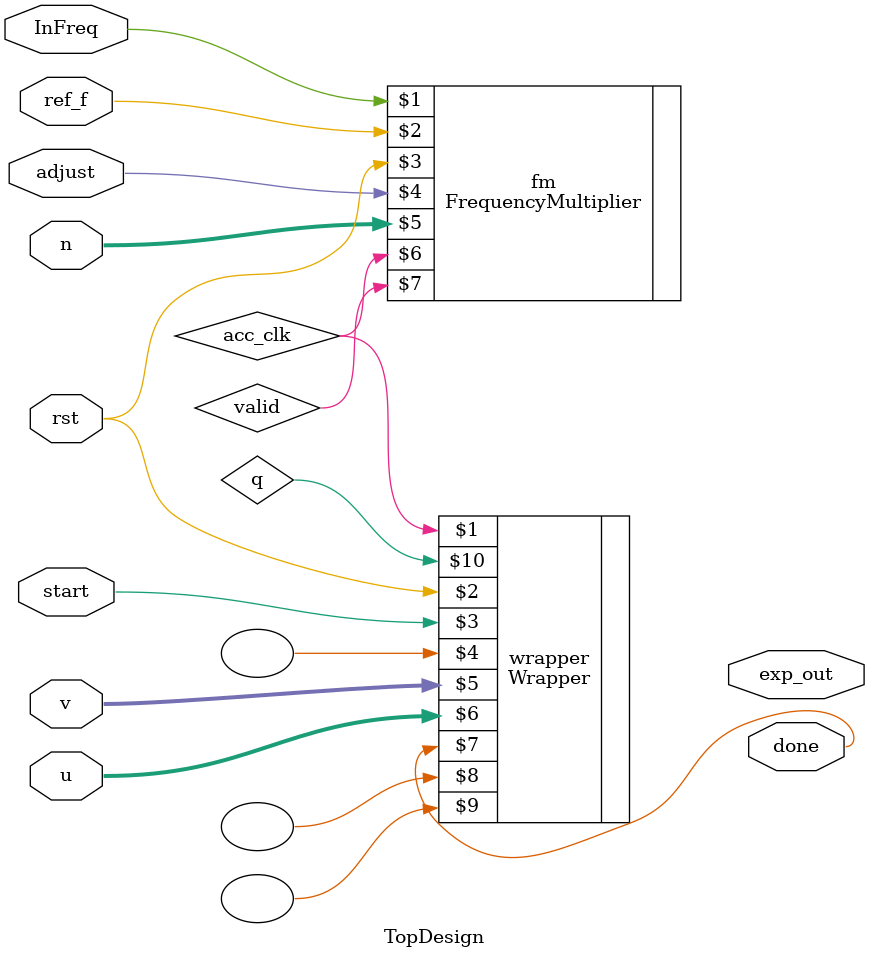
<source format=v>
module TopDesign(input InFreq, ref_f, rst, adjust, start, input[3 :0]n, input [1 : 0]u, input [15 : 0]v,
		output done, output [20 : 0]exp_out);
	wire valid, acc_clk;

	FrequencyMultiplier fm(InFreq, ref_f, rst, adjust, n, acc_clk, valid);
	Wrapper wrapper(acc_clk, rst, start, , v, u, done, , , q, );
endmodule
</source>
